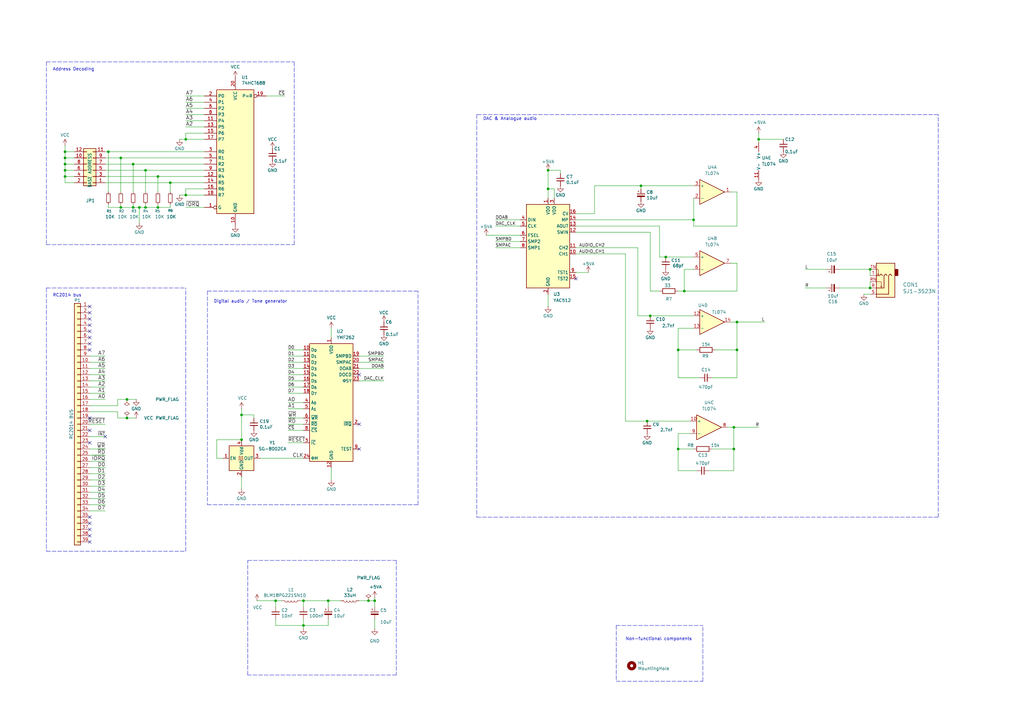
<source format=kicad_sch>
(kicad_sch (version 20250114) (generator "eeschema") (generator_version "9.0")
  (paper "A3")
  (title_block (title "RCBUS YMF262 sound card") (date "${DATE}") (rev "${VERSION}") (comment 1 "these are the things that dreams are made of") (comment 2 "${GIT_HASH}"))
  (text "Non-functional components" (at 256.54 262.89 0) (effects (font (size 1.27 1.27)) (justify left bottom)))
  (text "Digital audio / Tone generator" (at 87.63 124.46 0) (effects (font (size 1.27 1.27)) (justify left bottom)))
  (text "Address Decoding" (at 21.59 29.21 0) (effects (font (size 1.27 1.27)) (justify left bottom)))
  (text "DAC & Analogue audio" (at 198.12 49.53 0) (effects (font (size 1.27 1.27)) (justify left bottom)))
  (text "RC2014 bus" (at 21.59 121.92 0) (effects (font (size 1.27 1.27)) (justify left bottom)))
  (junction (at 59.69 85.09))
  (junction (at 134.62 246.38))
  (junction (at 54.61 67.31))
  (junction (at 52.07 163.83))
  (junction (at 151.13 246.38))
  (junction (at 49.53 85.09))
  (junction (at 302.26 143.51))
  (junction (at 69.85 74.93))
  (junction (at 278.13 143.51))
  (junction (at 224.79 77.47))
  (junction (at 280.67 119.38))
  (junction (at 59.69 69.85))
  (junction (at 26.67 62.23))
  (junction (at 300.99 184.15))
  (junction (at 54.61 85.09))
  (junction (at 284.48 90.17))
  (junction (at 113.03 246.38))
  (junction (at 300.99 175.26))
  (junction (at 44.45 62.23))
  (junction (at 26.67 72.39))
  (junction (at 262.89 76.2))
  (junction (at 26.67 69.85))
  (junction (at 278.13 184.15))
  (junction (at 273.05 105.41))
  (junction (at 265.43 172.72))
  (junction (at 64.77 85.09))
  (junction (at 124.46 256.54))
  (junction (at 26.67 67.31))
  (junction (at 52.07 171.45))
  (junction (at 99.06 170.18))
  (junction (at 57.15 85.09))
  (junction (at 356.87 110.49))
  (junction (at 311.15 57.15))
  (junction (at 302.26 132.08))
  (junction (at 99.06 180.34))
  (junction (at 266.7 129.54))
  (junction (at 224.79 69.85))
  (junction (at 76.2 57.15))
  (junction (at 26.67 64.77))
  (junction (at 49.53 64.77))
  (junction (at 356.87 118.11))
  (junction (at 76.2 80.01))
  (junction (at 64.77 72.39))
  (junction (at 124.46 246.38))
  (junction (at 153.67 246.38))
  (no_connect (at 147.32 173.99))
  (no_connect (at 147.32 184.15))
  (no_connect (at 36.83 171.45))
  (no_connect (at 36.83 222.25))
  (no_connect (at 36.83 217.17))
  (no_connect (at 36.83 130.81))
  (no_connect (at 236.22 114.3))
  (no_connect (at 147.32 153.67))
  (no_connect (at 36.83 128.27))
  (no_connect (at 36.83 181.61))
  (no_connect (at 36.83 214.63))
  (no_connect (at 36.83 125.73))
  (no_connect (at 36.83 140.97))
  (no_connect (at 36.83 212.09))
  (no_connect (at 36.83 143.51))
  (no_connect (at 36.83 138.43))
  (no_connect (at 36.83 219.71))
  (no_connect (at 36.83 133.35))
  (no_connect (at 36.83 135.89))
  (no_connect (at 36.83 176.53))
  (no_connect (at 43.18 179.07))
  (polyline (pts (xy 384.81 212.09) (xy 384.81 46.99)) (stroke (width 0) (type dash)))
  (wire (pts (xy 73.66 80.01) (xy 76.2 80.01)))
  (wire (pts (xy 48.26 163.83) (xy 52.07 163.83)))
  (wire (pts (xy 153.67 248.92) (xy 153.67 246.38)))
  (wire (pts (xy 134.62 246.38) (xy 134.62 248.92)))
  (wire (pts (xy 243.84 76.2) (xy 262.89 76.2)))
  (wire (pts (xy 88.9 180.34) (xy 88.9 187.96)))
  (wire (pts (xy 48.26 171.45) (xy 52.07 171.45)))
  (wire (pts (xy 118.11 143.51) (xy 124.46 143.51)))
  (wire (pts (xy 284.48 90.17) (xy 284.48 92.71)))
  (polyline (pts (xy 85.09 119.38) (xy 85.09 207.01)) (stroke (width 0) (type dash)))
  (wire (pts (xy 118.11 181.61) (xy 124.46 181.61)))
  (wire (pts (xy 76.2 54.61) (xy 83.82 54.61)))
  (wire (pts (xy 76.2 49.53) (xy 83.82 49.53)))
  (wire (pts (xy 26.67 72.39) (xy 26.67 74.93)))
  (polyline (pts (xy 288.29 279.4) (xy 288.29 256.54)) (stroke (width 0) (type dash)))
  (wire (pts (xy 278.13 193.04) (xy 278.13 184.15)))
  (wire (pts (xy 124.46 254) (xy 124.46 256.54)))
  (wire (pts (xy 236.22 101.6) (xy 261.62 101.6)))
  (wire (pts (xy 118.11 156.21) (xy 124.46 156.21)))
  (wire (pts (xy 76.2 44.45) (xy 83.82 44.45)))
  (wire (pts (xy 43.18 64.77) (xy 49.53 64.77)))
  (wire (pts (xy 356.87 113.03) (xy 356.87 110.49)))
  (wire (pts (xy 236.22 95.25) (xy 266.7 95.25)))
  (wire (pts (xy 123.19 246.38) (xy 124.46 246.38)))
  (wire (pts (xy 344.17 110.49) (xy 356.87 110.49)))
  (wire (pts (xy 147.32 148.59) (xy 157.48 148.59)))
  (wire (pts (xy 43.18 199.39) (xy 36.83 199.39)))
  (wire (pts (xy 76.2 85.09) (xy 83.82 85.09)))
  (wire (pts (xy 76.2 52.07) (xy 83.82 52.07)))
  (polyline (pts (xy 252.73 256.54) (xy 288.29 256.54)) (stroke (width 0) (type dash)))
  (polyline (pts (xy 101.6 276.86) (xy 101.6 229.87)) (stroke (width 0) (type dash)))
  (wire (pts (xy 256.54 104.14) (xy 256.54 172.72)))
  (polyline (pts (xy 85.09 207.01) (xy 171.45 207.01)) (stroke (width 0) (type dash)))
  (polyline (pts (xy 162.56 229.87) (xy 162.56 276.86)) (stroke (width 0) (type dash)))
  (wire (pts (xy 43.18 194.31) (xy 36.83 194.31)))
  (wire (pts (xy 236.22 92.71) (xy 270.51 92.71)))
  (wire (pts (xy 76.2 57.15) (xy 83.82 57.15)))
  (wire (pts (xy 153.67 246.38) (xy 153.67 245.11)))
  (wire (pts (xy 64.77 72.39) (xy 64.77 78.74)))
  (wire (pts (xy 300.99 175.26) (xy 300.99 184.15)))
  (wire (pts (xy 48.26 168.91) (xy 48.26 171.45)))
  (wire (pts (xy 49.53 64.77) (xy 49.53 78.74)))
  (wire (pts (xy 224.79 69.85) (xy 229.87 69.85)))
  (wire (pts (xy 311.15 57.15) (xy 311.15 54.61)))
  (wire (pts (xy 278.13 184.15) (xy 278.13 177.8)))
  (wire (pts (xy 118.11 148.59) (xy 124.46 148.59)))
  (wire (pts (xy 236.22 87.63) (xy 243.84 87.63)))
  (wire (pts (xy 118.11 171.45) (xy 124.46 171.45)))
  (wire (pts (xy 113.03 246.38) (xy 113.03 248.92)))
  (wire (pts (xy 311.15 57.15) (xy 321.31 57.15)))
  (wire (pts (xy 43.18 179.07) (xy 36.83 179.07)))
  (wire (pts (xy 300.99 175.26) (xy 311.15 175.26)))
  (wire (pts (xy 44.45 85.09) (xy 49.53 85.09)))
  (wire (pts (xy 99.06 195.58) (xy 99.06 200.66)))
  (wire (pts (xy 48.26 166.37) (xy 48.26 163.83)))
  (wire (pts (xy 43.18 163.83) (xy 36.83 163.83)))
  (wire (pts (xy 300.99 184.15) (xy 300.99 193.04)))
  (wire (pts (xy 43.18 186.69) (xy 36.83 186.69)))
  (wire (pts (xy 43.18 209.55) (xy 36.83 209.55)))
  (wire (pts (xy 278.13 143.51) (xy 285.75 143.51)))
  (wire (pts (xy 54.61 85.09) (xy 54.61 83.82)))
  (wire (pts (xy 311.15 58.42) (xy 311.15 57.15)))
  (wire (pts (xy 99.06 170.18) (xy 99.06 180.34)))
  (polyline (pts (xy 162.56 276.86) (xy 101.6 276.86)) (stroke (width 0) (type dash)))
  (wire (pts (xy 147.32 246.38) (xy 151.13 246.38)))
  (wire (pts (xy 135.89 191.77) (xy 135.89 196.85)))
  (wire (pts (xy 26.67 74.93) (xy 30.48 74.93)))
  (polyline (pts (xy 252.73 279.4) (xy 288.29 279.4)) (stroke (width 0) (type dash)))
  (wire (pts (xy 236.22 111.76) (xy 241.3 111.76)))
  (wire (pts (xy 124.46 256.54) (xy 134.62 256.54)))
  (wire (pts (xy 43.18 67.31) (xy 54.61 67.31)))
  (wire (pts (xy 236.22 90.17) (xy 284.48 90.17)))
  (wire (pts (xy 147.32 146.05) (xy 157.48 146.05)))
  (wire (pts (xy 199.39 96.52) (xy 213.36 96.52)))
  (wire (pts (xy 76.2 77.47) (xy 76.2 80.01)))
  (wire (pts (xy 147.32 151.13) (xy 157.48 151.13)))
  (wire (pts (xy 43.18 189.23) (xy 36.83 189.23)))
  (wire (pts (xy 109.22 39.37) (xy 116.84 39.37)))
  (wire (pts (xy 26.67 64.77) (xy 30.48 64.77)))
  (wire (pts (xy 43.18 173.99) (xy 36.83 173.99)))
  (wire (pts (xy 52.07 163.83) (xy 55.88 163.83)))
  (wire (pts (xy 203.2 101.6) (xy 213.36 101.6)))
  (wire (pts (xy 284.48 110.49) (xy 280.67 110.49)))
  (wire (pts (xy 64.77 85.09) (xy 69.85 85.09)))
  (wire (pts (xy 118.11 158.75) (xy 124.46 158.75)))
  (wire (pts (xy 99.06 167.64) (xy 99.06 170.18)))
  (wire (pts (xy 76.2 41.91) (xy 83.82 41.91)))
  (wire (pts (xy 26.67 67.31) (xy 30.48 67.31)))
  (wire (pts (xy 124.46 246.38) (xy 134.62 246.38)))
  (wire (pts (xy 256.54 172.72) (xy 265.43 172.72)))
  (wire (pts (xy 26.67 62.23) (xy 26.67 64.77)))
  (wire (pts (xy 43.18 62.23) (xy 44.45 62.23)))
  (wire (pts (xy 73.66 57.15) (xy 76.2 57.15)))
  (wire (pts (xy 224.79 69.85) (xy 224.79 77.47)))
  (wire (pts (xy 104.14 170.18) (xy 104.14 171.45)))
  (wire (pts (xy 52.07 171.45) (xy 55.88 171.45)))
  (wire (pts (xy 262.89 77.47) (xy 262.89 76.2)))
  (wire (pts (xy 287.02 154.94) (xy 278.13 154.94)))
  (wire (pts (xy 26.67 59.69) (xy 26.67 62.23)))
  (wire (pts (xy 118.11 161.29) (xy 124.46 161.29)))
  (wire (pts (xy 43.18 72.39) (xy 64.77 72.39)))
  (polyline (pts (xy 384.81 46.99) (xy 195.58 46.99)) (stroke (width 0) (type dash)))
  (wire (pts (xy 43.18 74.93) (xy 69.85 74.93)))
  (wire (pts (xy 64.77 72.39) (xy 83.82 72.39)))
  (wire (pts (xy 270.51 92.71) (xy 270.51 105.41)))
  (wire (pts (xy 44.45 85.09) (xy 44.45 83.82)))
  (wire (pts (xy 43.18 161.29) (xy 36.83 161.29)))
  (wire (pts (xy 69.85 74.93) (xy 69.85 78.74)))
  (wire (pts (xy 43.18 69.85) (xy 59.69 69.85)))
  (wire (pts (xy 118.11 153.67) (xy 124.46 153.67)))
  (wire (pts (xy 278.13 184.15) (xy 284.48 184.15)))
  (wire (pts (xy 344.17 118.11) (xy 356.87 118.11)))
  (wire (pts (xy 265.43 172.72) (xy 283.21 172.72)))
  (wire (pts (xy 270.51 105.41) (xy 273.05 105.41)))
  (wire (pts (xy 48.26 168.91) (xy 36.83 168.91)))
  (wire (pts (xy 43.18 158.75) (xy 36.83 158.75)))
  (wire (pts (xy 43.18 151.13) (xy 36.83 151.13)))
  (wire (pts (xy 43.18 153.67) (xy 36.83 153.67)))
  (wire (pts (xy 261.62 129.54) (xy 266.7 129.54)))
  (wire (pts (xy 26.67 69.85) (xy 26.67 72.39)))
  (wire (pts (xy 302.26 78.74) (xy 302.26 92.71)))
  (wire (pts (xy 26.67 72.39) (xy 30.48 72.39)))
  (wire (pts (xy 227.33 81.28) (xy 227.33 77.47)))
  (polyline (pts (xy 195.58 46.99) (xy 195.58 212.09)) (stroke (width 0) (type dash)))
  (wire (pts (xy 153.67 254) (xy 153.67 257.81)))
  (wire (pts (xy 43.18 146.05) (xy 36.83 146.05)))
  (wire (pts (xy 300.99 193.04) (xy 290.83 193.04)))
  (wire (pts (xy 44.45 62.23) (xy 83.82 62.23)))
  (wire (pts (xy 278.13 134.62) (xy 284.48 134.62)))
  (wire (pts (xy 43.18 191.77) (xy 36.83 191.77)))
  (wire (pts (xy 278.13 154.94) (xy 278.13 143.51)))
  (wire (pts (xy 76.2 46.99) (xy 83.82 46.99)))
  (wire (pts (xy 44.45 62.23) (xy 44.45 78.74)))
  (polyline (pts (xy 19.05 118.11) (xy 76.2 118.11)) (stroke (width 0) (type dash)))
  (wire (pts (xy 203.2 99.06) (xy 213.36 99.06)))
  (wire (pts (xy 43.18 207.01) (xy 36.83 207.01)))
  (wire (pts (xy 124.46 257.81) (xy 124.46 256.54)))
  (wire (pts (xy 293.37 143.51) (xy 302.26 143.51)))
  (wire (pts (xy 284.48 81.28) (xy 284.48 90.17)))
  (wire (pts (xy 299.72 132.08) (xy 302.26 132.08)))
  (wire (pts (xy 59.69 85.09) (xy 64.77 85.09)))
  (wire (pts (xy 278.13 119.38) (xy 280.67 119.38)))
  (wire (pts (xy 134.62 246.38) (xy 139.7 246.38)))
  (polyline (pts (xy 120.65 100.33) (xy 120.65 25.4)) (stroke (width 0) (type dash)))
  (wire (pts (xy 54.61 67.31) (xy 54.61 78.74)))
  (wire (pts (xy 134.62 254) (xy 134.62 256.54)))
  (wire (pts (xy 59.69 85.09) (xy 59.69 83.82)))
  (polyline (pts (xy 85.09 119.38) (xy 171.45 119.38)) (stroke (width 0) (type dash)))
  (polyline (pts (xy 171.45 207.01) (xy 171.45 119.38)) (stroke (width 0) (type dash)))
  (wire (pts (xy 273.05 105.41) (xy 284.48 105.41)))
  (wire (pts (xy 243.84 76.2) (xy 243.84 87.63)))
  (wire (pts (xy 113.03 246.38) (xy 115.57 246.38)))
  (wire (pts (xy 43.18 148.59) (xy 36.83 148.59)))
  (wire (pts (xy 64.77 85.09) (xy 64.77 83.82)))
  (wire (pts (xy 113.03 256.54) (xy 124.46 256.54)))
  (wire (pts (xy 48.26 166.37) (xy 36.83 166.37)))
  (wire (pts (xy 262.89 76.2) (xy 284.48 76.2)))
  (wire (pts (xy 99.06 180.34) (xy 88.9 180.34)))
  (wire (pts (xy 43.18 204.47) (xy 36.83 204.47)))
  (wire (pts (xy 356.87 118.11) (xy 356.87 115.57)))
  (polyline (pts (xy 19.05 226.06) (xy 76.2 226.06)) (stroke (width 0) (type dash)))
  (wire (pts (xy 224.79 77.47) (xy 224.79 81.28)))
  (wire (pts (xy 236.22 104.14) (xy 256.54 104.14)))
  (wire (pts (xy 76.2 54.61) (xy 76.2 57.15)))
  (wire (pts (xy 59.69 69.85) (xy 59.69 78.74)))
  (wire (pts (xy 69.85 83.82) (xy 69.85 85.09)))
  (polyline (pts (xy 19.05 25.4) (xy 19.05 100.33)) (stroke (width 0) (type dash)))
  (wire (pts (xy 118.11 176.53) (xy 124.46 176.53)))
  (wire (pts (xy 118.11 173.99) (xy 124.46 173.99)))
  (wire (pts (xy 88.9 187.96) (xy 91.44 187.96)))
  (wire (pts (xy 26.67 69.85) (xy 30.48 69.85)))
  (wire (pts (xy 229.87 69.85) (xy 229.87 71.12)))
  (polyline (pts (xy 252.73 256.54) (xy 252.73 279.4)) (stroke (width 0) (type dash)))
  (wire (pts (xy 69.85 74.93) (xy 83.82 74.93)))
  (wire (pts (xy 59.69 69.85) (xy 83.82 69.85)))
  (wire (pts (xy 49.53 64.77) (xy 83.82 64.77)))
  (polyline (pts (xy 76.2 226.06) (xy 76.2 118.11)) (stroke (width 0) (type dash)))
  (wire (pts (xy 285.75 193.04) (xy 278.13 193.04)))
  (wire (pts (xy 83.82 77.47) (xy 76.2 77.47)))
  (wire (pts (xy 118.11 167.64) (xy 124.46 167.64)))
  (wire (pts (xy 280.67 110.49) (xy 280.67 119.38)))
  (wire (pts (xy 261.62 101.6) (xy 261.62 129.54)))
  (wire (pts (xy 113.03 254) (xy 113.03 256.54)))
  (wire (pts (xy 266.7 119.38) (xy 270.51 119.38)))
  (wire (pts (xy 224.79 120.65) (xy 224.79 125.73)))
  (wire (pts (xy 266.7 95.25) (xy 266.7 119.38)))
  (wire (pts (xy 135.89 134.62) (xy 135.89 138.43)))
  (wire (pts (xy 26.67 64.77) (xy 26.67 67.31)))
  (polyline (pts (xy 19.05 118.11) (xy 19.05 226.06)) (stroke (width 0) (type dash)))
  (wire (pts (xy 266.7 129.54) (xy 284.48 129.54)))
  (wire (pts (xy 330.2 118.11) (xy 339.09 118.11)))
  (wire (pts (xy 147.32 156.21) (xy 157.48 156.21)))
  (wire (pts (xy 302.26 92.71) (xy 284.48 92.71)))
  (wire (pts (xy 302.26 132.08) (xy 313.69 132.08)))
  (wire (pts (xy 49.53 85.09) (xy 54.61 85.09)))
  (wire (pts (xy 124.46 246.38) (xy 124.46 248.92)))
  (polyline (pts (xy 19.05 25.4) (xy 120.65 25.4)) (stroke (width 0) (type dash)))
  (polyline (pts (xy 101.6 229.87) (xy 162.56 229.87)) (stroke (width 0) (type dash)))
  (wire (pts (xy 106.68 187.96) (xy 124.46 187.96)))
  (wire (pts (xy 105.41 246.38) (xy 113.03 246.38)))
  (polyline (pts (xy 195.58 212.09) (xy 384.81 212.09)) (stroke (width 0) (type dash)))
  (wire (pts (xy 330.2 110.49) (xy 339.09 110.49)))
  (wire (pts (xy 43.18 201.93) (xy 36.83 201.93)))
  (wire (pts (xy 43.18 196.85) (xy 36.83 196.85)))
  (wire (pts (xy 278.13 143.51) (xy 278.13 134.62)))
  (wire (pts (xy 118.11 151.13) (xy 124.46 151.13)))
  (wire (pts (xy 227.33 77.47) (xy 224.79 77.47)))
  (wire (pts (xy 302.26 143.51) (xy 302.26 154.94)))
  (wire (pts (xy 57.15 91.44) (xy 57.15 85.09)))
  (polyline (pts (xy 19.05 100.33) (xy 120.65 100.33)) (stroke (width 0) (type dash)))
  (wire (pts (xy 49.53 85.09) (xy 49.53 83.82)))
  (wire (pts (xy 292.1 184.15) (xy 300.99 184.15)))
  (wire (pts (xy 203.2 90.17) (xy 213.36 90.17)))
  (wire (pts (xy 43.18 184.15) (xy 36.83 184.15)))
  (wire (pts (xy 302.26 154.94) (xy 292.1 154.94)))
  (wire (pts (xy 299.72 78.74) (xy 302.26 78.74)))
  (wire (pts (xy 151.13 246.38) (xy 153.67 246.38)))
  (wire (pts (xy 280.67 119.38) (xy 302.26 119.38)))
  (wire (pts (xy 26.67 62.23) (xy 30.48 62.23)))
  (wire (pts (xy 302.26 132.08) (xy 302.26 143.51)))
  (wire (pts (xy 203.2 92.71) (xy 213.36 92.71)))
  (wire (pts (xy 298.45 175.26) (xy 300.99 175.26)))
  (wire (pts (xy 76.2 80.01) (xy 83.82 80.01)))
  (wire (pts (xy 76.2 39.37) (xy 83.82 39.37)))
  (wire (pts (xy 99.06 170.18) (xy 104.14 170.18)))
  (wire (pts (xy 118.11 146.05) (xy 124.46 146.05)))
  (wire (pts (xy 43.18 156.21) (xy 36.83 156.21)))
  (wire (pts (xy 26.67 67.31) (xy 26.67 69.85)))
  (wire (pts (xy 278.13 177.8) (xy 283.21 177.8)))
  (wire (pts (xy 118.11 165.1) (xy 124.46 165.1)))
  (wire (pts (xy 302.26 107.95) (xy 299.72 107.95)))
  (wire (pts (xy 54.61 67.31) (xy 83.82 67.31)))
  (wire (pts (xy 57.15 85.09) (xy 59.69 85.09)))
  (wire (pts (xy 302.26 119.38) (xy 302.26 107.95)))
  (wire (pts (xy 54.61 85.09) (xy 57.15 85.09)))
  (wire (pts (xy 354.33 120.65) (xy 356.87 120.65)))
  (label "SMPAC" (at 157.48 148.59 180))
  (label "SMPBD" (at 203.2 99.06 0))
  (label "~{WR}" (at 43.18 184.15 180) (effects (font (size 1.524 1.524))))
  (label "A2" (at 43.18 158.75 180) (effects (font (size 1.524 1.524))))
  (label "~{CS}" (at 116.84 39.37 180))
  (label "D6" (at 118.11 158.75 0))
  (label "D2" (at 43.18 196.85 180) (effects (font (size 1.524 1.524))))
  (label "AUDIO_CH2" (at 237.49 101.6 0))
  (label "DAC_CLK" (at 203.2 92.71 0))
  (label "D4" (at 118.11 153.67 0))
  (label "D1" (at 118.11 146.05 0))
  (label "DAC_CLK" (at 157.48 156.21 180))
  (label "R" (at 309.88 175.26 0))
  (label "A7" (at 76.2 39.37 0) (effects (font (size 1.524 1.524))))
  (label "D2" (at 118.11 148.59 0))
  (label "D1" (at 43.18 194.31 180) (effects (font (size 1.524 1.524))))
  (label "SMPAC" (at 203.2 101.6 0))
  (label "D7" (at 118.11 161.29 0))
  (label "R" (at 330.2 118.11 0))
  (label "~{RD}" (at 118.11 173.99 0) (effects (font (size 1.524 1.524))))
  (label "~{RESET}" (at 118.11 181.61 0) (effects (font (size 1.524 1.524))))
  (label "A3" (at 76.2 49.53 0) (effects (font (size 1.524 1.524))))
  (label "A4" (at 76.2 46.99 0) (effects (font (size 1.524 1.524))))
  (label "A6" (at 43.18 148.59 180) (effects (font (size 1.524 1.524))))
  (label "D5" (at 43.18 204.47 180) (effects (font (size 1.524 1.524))))
  (label "D7" (at 43.18 209.55 180) (effects (font (size 1.524 1.524))))
  (label "~{WR}" (at 118.11 171.45 0) (effects (font (size 1.524 1.524))))
  (label "~{INT}" (at 43.18 179.07 180))
  (label "A1" (at 118.11 167.64 0) (effects (font (size 1.524 1.524))))
  (label "CLK" (at 124.46 187.96 180) (effects (font (size 1.524 1.524))))
  (label "~{RESET}" (at 43.18 173.99 180) (effects (font (size 1.524 1.524))))
  (label "A1" (at 43.18 161.29 180) (effects (font (size 1.524 1.524))))
  (label "~{IORQ}" (at 76.2 85.09 0) (effects (font (size 1.524 1.524))))
  (label "~{RD}" (at 43.18 186.69 180) (effects (font (size 1.524 1.524))))
  (label "A4" (at 43.18 153.67 180) (effects (font (size 1.524 1.524))))
  (label "A2" (at 76.2 52.07 0) (effects (font (size 1.524 1.524))))
  (label "DOAB" (at 203.2 90.17 0))
  (label "SMPBD" (at 157.48 146.05 180))
  (label "A3" (at 43.18 156.21 180) (effects (font (size 1.524 1.524))))
  (label "D5" (at 118.11 156.21 0))
  (label "D0" (at 118.11 143.51 0))
  (label "L" (at 330.2 110.49 0))
  (label "A0" (at 118.11 165.1 0) (effects (font (size 1.524 1.524))))
  (label "~{CS}" (at 118.11 176.53 0))
  (label "D4" (at 43.18 201.93 180) (effects (font (size 1.524 1.524))))
  (label "A6" (at 76.2 41.91 0) (effects (font (size 1.524 1.524))))
  (label "D3" (at 43.18 199.39 180) (effects (font (size 1.524 1.524))))
  (label "D0" (at 43.18 191.77 180) (effects (font (size 1.524 1.524))))
  (label "A5" (at 43.18 151.13 180) (effects (font (size 1.524 1.524))))
  (label "D3" (at 118.11 151.13 0))
  (label "AUDIO_CH1" (at 237.49 104.14 0))
  (label "D6" (at 43.18 207.01 180) (effects (font (size 1.524 1.524))))
  (label "L" (at 312.42 132.08 0))
  (label "A7" (at 43.18 146.05 180) (effects (font (size 1.524 1.524))))
  (label "DOAB" (at 157.48 151.13 180))
  (label "~{IORQ}" (at 43.18 189.23 180) (effects (font (size 1.524 1.524))))
  (label "A5" (at 76.2 44.45 0) (effects (font (size 1.524 1.524))))
  (label "A0" (at 43.18 163.83 180) (effects (font (size 1.524 1.524))))
  (symbol (lib_id "Connector_Generic:Conn_01x39") (at 31.75 173.99 0) (mirror y) (unit 1)
    (property "Reference" "P1" (at 31.75 123.19 0))
    (property "Value" "RC2014 BUS" (at 29.21 173.99 90))
    (property "Footprint" "electrified:PinHeader_1x39_P2.54mm_Vertical" (effects (hide yes)))
    (property "Description" "Generic connector, single row, 01x39, script generated (kicad-library-utils/schlib/autogen/connector/)" (effects (hide yes)))
  )
  (symbol (lib_id "power:GND") (at 55.88 163.83 0) (unit 1)
    (property "Reference" "#PWR02" (effects (hide yes)))
    (property "Value" "GND" (at 55.88 167.64 0))
    (property "Description" "Power symbol creates a global label with name \"GND\" , ground" (effects (hide yes)))
  )
  (symbol (lib_id "power:VCC") (at 55.88 171.45 0) (unit 1)
    (property "Reference" "#PWR03" (effects (hide yes)))
    (property "Value" "VCC" (at 60.96 171.45 0))
    (property "Description" "Power symbol creates a global label with name \"VCC\"" (effects (hide yes)))
  )
  (symbol (lib_id "power:GND") (at 135.89 196.85 0) (unit 1)
    (property "Reference" "#PWR016" (effects (hide yes)))
    (property "Value" "GND" (at 135.89 200.66 0))
    (property "Description" "Power symbol creates a global label with name \"GND\" , ground" (effects (hide yes)))
  )
  (symbol (lib_id "Device:C_Small") (at 111.76 63.5 0) (unit 1)
    (property "Reference" "C1" (at 112.395 60.96 0) (effects (justify left)))
    (property "Value" "0.1uF" (at 112.395 66.04 0) (effects (justify left)))
    (property "Footprint" "Capacitor_SMD:C_0603_1608Metric" (effects (hide yes)))
    (property "Description" "Unpolarized capacitor, small symbol" (effects (hide yes)))
  )
  (symbol (lib_id "Device:C_Small") (at 157.48 134.62 0) (unit 1)
    (property "Reference" "C6" (at 158.115 132.08 0) (effects (justify left)))
    (property "Value" "0.1uF" (at 158.115 137.16 0) (effects (justify left)))
    (property "Footprint" "Capacitor_SMD:C_0603_1608Metric" (effects (hide yes)))
    (property "Description" "Unpolarized capacitor, small symbol" (effects (hide yes)))
  )
  (symbol (lib_id "power:GND") (at 111.76 66.04 0) (unit 1)
    (property "Reference" "#PWR013" (effects (hide yes)))
    (property "Value" "GND" (at 111.76 69.85 0))
    (property "Description" "Power symbol creates a global label with name \"GND\" , ground" (effects (hide yes)))
  )
  (symbol (lib_id "power:GND") (at 157.48 137.16 0) (unit 1)
    (property "Reference" "#PWR021" (effects (hide yes)))
    (property "Value" "GND" (at 157.48 140.97 0))
    (property "Description" "Power symbol creates a global label with name \"GND\" , ground" (effects (hide yes)))
  )
  (symbol (lib_id "power:VCC") (at 111.76 60.96 0) (unit 1)
    (property "Reference" "#PWR012" (effects (hide yes)))
    (property "Value" "VCC" (at 111.76 57.15 0))
    (property "Description" "Power symbol creates a global label with name \"VCC\"" (effects (hide yes)))
  )
  (symbol (lib_id "power:VCC") (at 157.48 132.08 0) (unit 1)
    (property "Reference" "#PWR020" (effects (hide yes)))
    (property "Value" "VCC" (at 157.48 128.27 0))
    (property "Description" "Power symbol creates a global label with name \"VCC\"" (effects (hide yes)))
  )
  (symbol (lib_id "Connector_Generic:Conn_02x06_Odd_Even") (at 38.1 69.85 180) (unit 1)
    (property "Reference" "JP1" (at 37.084 82.296 0))
    (property "Value" "BASE ADDRESS" (at 36.83 69.85 90))
    (property "Footprint" "Connector_PinHeader_2.54mm:PinHeader_2x06_P2.54mm_Vertical" (effects (hide yes)))
    (property "Description" "Generic connector, double row, 02x06, odd/even pin numbering scheme (row 1 odd numbers, row 2 even numbers), script generated (kicad-library-utils/schlib/autogen/connector/)" (effects (hide yes)))
  )
  (symbol (lib_id "Device:C_Small") (at 321.31 59.69 0) (unit 1)
    (property "Reference" "C12" (at 321.945 57.15 0) (effects (justify left)))
    (property "Value" "0.1uF" (at 321.945 62.23 0) (effects (justify left)))
    (property "Footprint" "Capacitor_SMD:C_0603_1608Metric" (effects (hide yes)))
    (property "Description" "Unpolarized capacitor, small symbol" (effects (hide yes)))
  )
  (symbol (lib_id "power:PWR_FLAG") (at 52.07 163.83 180) (unit 1)
    (property "Reference" "#FLG01" (effects (hide yes)))
    (property "Value" "PWR_FLAG" (at 68.58 163.83 0))
    (property "Description" "Special symbol for telling ERC where power comes from" (effects (hide yes)))
  )
  (symbol (lib_id "power:PWR_FLAG") (at 52.07 171.45 0) (unit 1)
    (property "Reference" "#FLG02" (effects (hide yes)))
    (property "Value" "PWR_FLAG" (at 68.58 171.45 0))
    (property "Description" "Special symbol for telling ERC where power comes from" (effects (hide yes)))
  )
  (symbol (lib_id "Device:L") (at 119.38 246.38 270) (unit 1)
    (property "Reference" "L1" (at 119.38 241.8588 90))
    (property "Value" "BLM18PG221SN1D" (at 116.84 244.1702 90))
    (property "Footprint" "Inductor_SMD:L_0603_1608Metric" (effects (hide yes)))
    (property "Description" "Inductor" (effects (hide yes)))
  )
  (symbol (lib_id "power:+5VA") (at 153.67 245.11 0) (unit 1)
    (property "Reference" "#PWR018" (effects (hide yes)))
    (property "Value" "+5VA" (at 154.051 240.7158 0))
    (property "Description" "Power symbol creates a global label with name \"+5VA\"" (effects (hide yes)))
  )
  (symbol (lib_id "Device:L") (at 143.51 246.38 270) (unit 1)
    (property "Reference" "L2" (at 143.51 241.8588 90))
    (property "Value" "33uH" (at 143.51 244.1702 90))
    (property "Footprint" "Inductor_SMD:L_0603_1608Metric" (effects (hide yes)))
    (property "Description" "Inductor" (effects (hide yes)))
  )
  (symbol (lib_id "Device:C_Polarized_Small") (at 153.67 251.46 0) (unit 1)
    (property "Reference" "C5" (at 155.9052 250.2916 0) (effects (justify left)))
    (property "Value" "10uF" (at 155.9052 255.143 0) (effects (justify left)))
    (property "Footprint" "Capacitor_SMD:C_1206_3216Metric" (effects (hide yes)))
    (property "Description" "Polarized capacitor, small symbol" (effects (hide yes)))
  )
  (symbol (lib_id "power:GND") (at 99.06 200.66 0) (unit 1)
    (property "Reference" "#PWR010" (effects (hide yes)))
    (property "Value" "GND" (at 99.06 204.47 0))
    (property "Description" "Power symbol creates a global label with name \"GND\" , ground" (effects (hide yes)))
  )
  (symbol (lib_id "power:VCC") (at 99.06 167.64 0) (unit 1)
    (property "Reference" "#PWR09" (effects (hide yes)))
    (property "Value" "VCC" (at 99.441 163.2458 0))
    (property "Description" "Power symbol creates a global label with name \"VCC\"" (effects (hide yes)))
  )
  (symbol (lib_id "Mechanical:MountingHole") (at 259.08 273.05 0) (unit 1) (in_bom no)
    (property "Reference" "H1" (at 261.62 271.8816 0) (effects (justify left)))
    (property "Value" "MountingHole" (at 261.62 274.193 0) (effects (justify left)))
    (property "Footprint" "MountingHole:MountingHole_3.2mm_M3" (effects (hide yes)))
    (property "Description" "Mounting Hole without connection" (effects (hide yes)))
  )
  (symbol (lib_id "Connector_Audio:AudioJack3_SwitchTR") (at 361.95 118.11 180) (unit 1)
    (property "Reference" "CON1" (at 370.2812 116.7638 0) (effects (font (size 1.524 1.524)) (justify right)))
    (property "Value" "SJ1-3523N" (at 370.2812 119.4562 0) (effects (font (size 1.524 1.524)) (justify right)))
    (property "Footprint" "electrified:Headphone_Jack_3.5mm_5_pin" (effects (hide yes)))
    (property "Description" "Audio Jack, 3 Poles (Stereo / TRS), Switched TR Poles (Normalling)" (effects (hide yes)))
    (property "Digi-Key_PN" "CP1-3523N-ND" (effects (hide yes)))
    (property "MPN" "SJ1-3523N" (effects (hide yes)))
    (property "Category" "Connectors, Interconnects" (effects (hide yes)))
    (property "Family" "Barrel - Audio Connectors" (effects (hide yes)))
    (property "DK_Datasheet_Link" "https://www.cui.com/product/resource/digikeypdf/sj1-352xn_series.pdf" (effects (hide yes)))
    (property "DK_Detail_Page" "/product-detail/en/cui-inc/SJ1-3523N/CP1-3523N-ND/738689" (effects (hide yes)))
    (property "Manufacturer" "CUI Inc." (effects (hide yes)))
    (property "Status" "Active" (effects (hide yes)))
  )
  (symbol (lib_id "74xx:74HCT688") (at 96.52 62.23 0) (unit 1)
    (property "Reference" "U1" (at 99.06 31.75 0) (effects (justify left)))
    (property "Value" "74HCT688" (at 99.06 34.0614 0) (effects (justify left)))
    (property "Footprint" "Package_SO:SOIC-20W_7.5x12.8mm_P1.27mm" (effects (hide yes)))
    (property "Datasheet" "https://www.ti.com/lit/ds/symlink/cd54hc688.pdf" (effects (hide yes)))
    (property "Description" "8-bit magnitude comparator" (effects (hide yes)))
  )
  (symbol (lib_id "power:VCC") (at 135.89 134.62 0) (unit 1)
    (property "Reference" "#PWR015" (effects (hide yes)))
    (property "Value" "VCC" (at 135.89 130.302 0))
    (property "Description" "Power symbol creates a global label with name \"VCC\"" (effects (hide yes)))
  )
  (symbol (lib_id "power:+5VA") (at 224.79 69.85 0) (unit 1)
    (property "Reference" "#PWR023" (effects (hide yes)))
    (property "Value" "+5VA" (at 224.79 66.294 0))
    (property "Description" "Power symbol creates a global label with name \"+5VA\"" (effects (hide yes)))
  )
  (symbol (lib_id "power:GND") (at 96.52 92.71 0) (unit 1)
    (property "Reference" "#PWR08" (effects (hide yes)))
    (property "Value" "GND" (at 96.52 96.52 0))
    (property "Description" "Power symbol creates a global label with name \"GND\" , ground" (effects (hide yes)))
  )
  (symbol (lib_id "power:VCC") (at 96.52 31.75 0) (unit 1)
    (property "Reference" "#PWR07" (effects (hide yes)))
    (property "Value" "VCC" (at 96.52 27.432 0))
    (property "Description" "Power symbol creates a global label with name \"VCC\"" (effects (hide yes)))
  )
  (symbol (lib_id "power:VCC") (at 26.67 59.69 0) (unit 1)
    (property "Reference" "#PWR01" (effects (hide yes)))
    (property "Value" "VCC" (at 26.67 55.372 0))
    (property "Description" "Power symbol creates a global label with name \"VCC\"" (effects (hide yes)))
  )
  (symbol (lib_id "power:GND") (at 57.15 91.44 0) (unit 1)
    (property "Reference" "#PWR04" (effects (hide yes)))
    (property "Value" "GND" (at 57.15 95.25 0))
    (property "Description" "Power symbol creates a global label with name \"GND\" , ground" (effects (hide yes)))
  )
  (symbol (lib_id "power:GND") (at 224.79 125.73 0) (unit 1)
    (property "Reference" "#PWR024" (effects (hide yes)))
    (property "Value" "GND" (at 224.79 129.54 0))
    (property "Description" "Power symbol creates a global label with name \"GND\" , ground" (effects (hide yes)))
  )
  (symbol (lib_id "Device:C_Small") (at 229.87 73.66 0) (unit 1)
    (property "Reference" "C7" (at 232.2068 72.4916 0) (effects (justify left)))
    (property "Value" "0.1uF" (at 232.2068 74.803 0) (effects (justify left)))
    (property "Footprint" "Capacitor_SMD:C_0603_1608Metric" (effects (hide yes)))
    (property "Description" "Unpolarized capacitor, small symbol" (effects (hide yes)))
  )
  (symbol (lib_id "Device:C_Polarized_Small") (at 262.89 80.01 0) (unit 1)
    (property "Reference" "C8" (at 265.1252 78.8416 0) (effects (justify left)))
    (property "Value" "10uF" (at 265.1252 81.153 0) (effects (justify left)))
    (property "Footprint" "Capacitor_SMD:C_0603_1608Metric" (effects (hide yes)))
    (property "Description" "Polarized capacitor, small symbol" (effects (hide yes)))
  )
  (symbol (lib_id "Device:C_Polarized_Small") (at 341.63 110.49 90) (unit 1)
    (property "Reference" "C15" (at 341.0839 104.14 90))
    (property "Value" "10uf" (at 341.0839 106.68 90))
    (property "Footprint" "Capacitor_SMD:C_1206_3216Metric" (effects (hide yes)))
    (property "Description" "Polarized capacitor, small symbol" (effects (hide yes)))
  )
  (symbol (lib_id "power:GND") (at 321.31 62.23 0) (unit 1)
    (property "Reference" "#PWR032" (effects (hide yes)))
    (property "Value" "GND" (at 321.31 66.04 0))
    (property "Description" "Power symbol creates a global label with name \"GND\" , ground" (effects (hide yes)))
  )
  (symbol (lib_id "Device:C_Small") (at 265.43 175.26 0) (unit 1)
    (property "Reference" "C9" (at 267.6652 174.0916 0) (effects (justify left)))
    (property "Value" "2.7nf" (at 270.764 176.276 0) (effects (justify left)))
    (property "Footprint" "Capacitor_SMD:C_0603_1608Metric" (effects (hide yes)))
    (property "Description" "Unpolarized capacitor, small symbol" (effects (hide yes)))
  )
  (symbol (lib_id "power:GND") (at 73.66 57.15 0) (unit 1)
    (property "Reference" "#PWR05" (effects (hide yes)))
    (property "Value" "GND" (at 73.66 60.96 0))
    (property "Description" "Power symbol creates a global label with name \"GND\" , ground" (effects (hide yes)))
  )
  (symbol (lib_id "Device:R_Small") (at 54.61 81.28 0) (unit 1)
    (property "Reference" "R3" (at 53.848 86.614 0) (effects (font (size 1.016 1.016)) (justify left)))
    (property "Value" "10K" (at 53.086 88.9 0) (effects (justify left)))
    (property "Footprint" "Resistor_SMD:R_0603_1608Metric" (effects (hide yes)))
    (property "Description" "Resistor, small symbol" (effects (hide yes)))
  )
  (symbol (lib_id "Amplifier_Operational:TL074") (at 292.1 132.08 0) (unit 4)
    (property "Reference" "U4" (at 288.29 125.222 0))
    (property "Value" "TL074" (at 294.894 128.016 0))
    (property "Footprint" "Package_SO:SOIC-14_3.9x8.7mm_P1.27mm" (effects (hide yes)))
    (property "Datasheet" "http://www.ti.com/lit/ds/symlink/tl071.pdf" (effects (hide yes)))
    (property "Description" "Quad Low-Noise JFET-Input Operational Amplifiers, DIP-14/SOIC-14" (effects (hide yes)))
  )
  (symbol (lib_id "power:+5VA") (at 241.3 111.76 0) (unit 1)
    (property "Reference" "#PWR026" (effects (hide yes)))
    (property "Value" "+5VA" (at 241.3 108.204 0))
    (property "Description" "Power symbol creates a global label with name \"+5VA\"" (effects (hide yes)))
  )
  (symbol (lib_id "Device:R_Small") (at 69.85 81.28 0) (unit 1)
    (property "Reference" "R6" (at 68.834 86.36 0) (effects (font (size 1.016 1.016)) (justify left)))
    (property "Value" "10K" (at 68.326 88.9 0) (effects (justify left)))
    (property "Footprint" "Resistor_SMD:R_0603_1608Metric" (effects (hide yes)))
    (property "Description" "Resistor, small symbol" (effects (hide yes)))
  )
  (symbol (lib_id "power:GND") (at 311.15 73.66 0) (unit 1)
    (property "Reference" "#PWR034" (effects (hide yes)))
    (property "Value" "GND" (at 311.15 77.47 0))
    (property "Description" "Power symbol creates a global label with name \"GND\" , ground" (effects (hide yes)))
  )
  (symbol (lib_id "Device:R") (at 288.29 184.15 90) (unit 1)
    (property "Reference" "R8" (at 283.21 182.626 90))
    (property "Value" "15k" (at 293.37 182.626 90))
    (property "Footprint" "Resistor_SMD:R_0603_1608Metric" (effects (hide yes)))
    (property "Description" "Resistor" (effects (hide yes)))
  )
  (symbol (lib_id "power:GND") (at 73.66 80.01 0) (unit 1)
    (property "Reference" "#PWR06" (effects (hide yes)))
    (property "Value" "GND" (at 73.66 83.82 0))
    (property "Description" "Power symbol creates a global label with name \"GND\" , ground" (effects (hide yes)))
  )
  (symbol (lib_id "Device:R_Small") (at 44.45 81.28 0) (unit 1)
    (property "Reference" "R1" (at 43.688 86.614 0) (effects (font (size 1.016 1.016)) (justify left)))
    (property "Value" "10K" (at 43.18 88.9 0) (effects (justify left)))
    (property "Footprint" "Resistor_SMD:R_0603_1608Metric" (effects (hide yes)))
    (property "Description" "Resistor, small symbol" (effects (hide yes)))
  )
  (symbol (lib_id "Amplifier_Operational:TL074") (at 292.1 107.95 0) (unit 2)
    (property "Reference" "U4" (at 292.1 97.79 0))
    (property "Value" "TL074" (at 292.1 100.33 0))
    (property "Footprint" "Package_SO:SOIC-14_3.9x8.7mm_P1.27mm" (effects (hide yes)))
    (property "Datasheet" "http://www.ti.com/lit/ds/symlink/tl071.pdf" (effects (hide yes)))
    (property "Description" "Quad Low-Noise JFET-Input Operational Amplifiers, DIP-14/SOIC-14" (effects (hide yes)))
  )
  (symbol (lib_id "Device:C_Polarized_Small") (at 134.62 251.46 0) (unit 1)
    (property "Reference" "C4" (at 136.8552 250.2916 0) (effects (justify left)))
    (property "Value" "10uF" (at 136.8552 252.603 0) (effects (justify left)))
    (property "Footprint" "Capacitor_SMD:C_1206_3216Metric" (effects (hide yes)))
    (property "Description" "Polarized capacitor, small symbol" (effects (hide yes)))
  )
  (symbol (lib_id "Device:R_Small") (at 64.77 81.28 0) (unit 1)
    (property "Reference" "R5" (at 63.5 86.614 0) (effects (font (size 1.016 1.016)) (justify left)))
    (property "Value" "10K" (at 63.5 88.9 0) (effects (justify left)))
    (property "Footprint" "Resistor_SMD:R_0603_1608Metric" (effects (hide yes)))
    (property "Description" "Resistor, small symbol" (effects (hide yes)))
  )
  (symbol (lib_id "Device:R_Small") (at 49.53 81.28 0) (unit 1)
    (property "Reference" "R2" (at 48.768 86.614 0) (effects (font (size 1.016 1.016)) (justify left)))
    (property "Value" "10K" (at 48.26 88.9 0) (effects (justify left)))
    (property "Footprint" "Resistor_SMD:R_0603_1608Metric" (effects (hide yes)))
    (property "Description" "Resistor, small symbol" (effects (hide yes)))
  )
  (symbol (lib_id "power:GND") (at 229.87 76.2 0) (unit 1)
    (property "Reference" "#PWR025" (effects (hide yes)))
    (property "Value" "GND" (at 229.87 80.01 0))
    (property "Description" "Power symbol creates a global label with name \"GND\" , ground" (effects (hide yes)))
  )
  (symbol (lib_id "power:+5VA") (at 199.39 96.52 0) (unit 1)
    (property "Reference" "#PWR022" (effects (hide yes)))
    (property "Value" "+5VA" (at 199.39 92.964 0))
    (property "Description" "Power symbol creates a global label with name \"+5VA\"" (effects (hide yes)))
  )
  (symbol (lib_id "Oscillator:ASV-xxxMHz") (at 99.06 187.96 0) (unit 1)
    (property "Reference" "Y1" (at 111.76 181.5398 0))
    (property "Value" "SG-8002CA" (at 111.76 184.0798 0))
    (property "Footprint" "Oscillator:Oscillator_SMD_Abracon_ASV-4Pin_7.0x5.1mm" (effects (hide yes)))
    (property "Datasheet" "http://www.abracon.com/Oscillators/ASV.pdf" (effects (hide yes)))
    (property "Description" "3.3V HCMOS SMD Crystal Clock Oscillator, Abracon" (effects (hide yes)))
  )
  (symbol (lib_id "electrified:YAC512") (at 224.79 101.6 0) (unit 1)
    (property "Reference" "U3" (at 226.9333 120.65 0) (effects (justify left)))
    (property "Value" "YAC512" (at 226.9333 123.19 0) (effects (justify left)))
    (property "Footprint" "Package_SO:SOP-16_4.55x10.3mm_P1.27mm" (effects (hide yes)))
  )
  (symbol (lib_id "Device:C_Small") (at 104.14 173.99 0) (unit 1)
    (property "Reference" "C19" (at 106.4768 172.8216 0) (effects (justify left)))
    (property "Value" "0.1uF" (at 106.4768 175.133 0) (effects (justify left)))
    (property "Footprint" "Capacitor_SMD:C_0603_1608Metric" (effects (hide yes)))
    (property "Description" "Unpolarized capacitor, small symbol" (effects (hide yes)))
  )
  (symbol (lib_id "Device:R") (at 274.32 119.38 90) (unit 1)
    (property "Reference" "R7" (at 274.32 122.682 90))
    (property "Value" "33" (at 273.812 117.094 90))
    (property "Footprint" "Resistor_SMD:R_0603_1608Metric" (effects (hide yes)))
    (property "Description" "Resistor" (effects (hide yes)))
  )
  (symbol (lib_id "power:+5VA") (at 311.15 54.61 0) (unit 1)
    (property "Reference" "#PWR033" (effects (hide yes)))
    (property "Value" "+5VA" (at 311.531 50.2158 0))
    (property "Description" "Power symbol creates a global label with name \"+5VA\"" (effects (hide yes)))
  )
  (symbol (lib_id "electrified:YMF262") (at 135.89 158.75 0) (unit 1)
    (property "Reference" "U2" (at 138.0333 135.89 0) (effects (justify left)))
    (property "Value" "YMF262" (at 138.0333 138.43 0) (effects (justify left)))
    (property "Footprint" "Package_SO:SOP-24_7.5x15.4mm_P1.27mm" (effects (hide yes)))
  )
  (symbol (lib_id "power:GND") (at 124.46 257.81 0) (unit 1)
    (property "Reference" "#PWR014" (effects (hide yes)))
    (property "Value" "GND" (at 124.46 261.62 0))
    (property "Description" "Power symbol creates a global label with name \"GND\" , ground" (effects (hide yes)))
  )
  (symbol (lib_id "Device:R") (at 289.56 143.51 90) (unit 1)
    (property "Reference" "R9" (at 289.306 146.05 90))
    (property "Value" "15k" (at 289.56 141.224 90))
    (property "Footprint" "Resistor_SMD:R_0603_1608Metric" (effects (hide yes)))
    (property "Description" "Resistor" (effects (hide yes)))
  )
  (symbol (lib_id "power:PWR_FLAG") (at 151.13 246.38 0) (unit 1)
    (property "Reference" "#FLG03" (effects (hide yes)))
    (property "Value" "PWR_FLAG" (at 151.13 236.982 0))
    (property "Description" "Special symbol for telling ERC where power comes from" (effects (hide yes)))
  )
  (symbol (lib_id "Device:C_Small") (at 289.56 154.94 90) (unit 1)
    (property "Reference" "C14" (at 289.56 151.638 90))
    (property "Value" "470pF" (at 289.56 158.75 90))
    (property "Footprint" "Capacitor_SMD:C_0603_1608Metric" (effects (hide yes)))
    (property "Description" "Unpolarized capacitor, small symbol" (effects (hide yes)))
  )
  (symbol (lib_id "power:GND") (at 104.14 176.53 0) (unit 1)
    (property "Reference" "#PWR038" (effects (hide yes)))
    (property "Value" "GND" (at 104.14 180.34 0))
    (property "Description" "Power symbol creates a global label with name \"GND\" , ground" (effects (hide yes)))
  )
  (symbol (lib_id "Device:C_Small") (at 124.46 251.46 0) (unit 1)
    (property "Reference" "C3" (at 126.7968 250.2916 0) (effects (justify left)))
    (property "Value" "100nF" (at 126.7968 252.603 0) (effects (justify left)))
    (property "Footprint" "Capacitor_SMD:C_0603_1608Metric" (effects (hide yes)))
    (property "Description" "Unpolarized capacitor, small symbol" (effects (hide yes)))
  )
  (symbol (lib_id "power:GND") (at 153.67 257.81 0) (unit 1)
    (property "Reference" "#PWR017" (effects (hide yes)))
    (property "Value" "GND" (at 153.67 262.89 0))
    (property "Description" "Power symbol creates a global label with name \"GND\" , ground" (effects (hide yes)))
  )
  (symbol (lib_id "Device:C_Small") (at 273.05 107.95 0) (unit 1)
    (property "Reference" "C11" (at 275.2852 106.7816 0) (effects (justify left)))
    (property "Value" "68pf" (at 275.844 108.966 0) (effects (justify left)))
    (property "Footprint" "Capacitor_SMD:C_0603_1608Metric" (effects (hide yes)))
    (property "Description" "Unpolarized capacitor, small symbol" (effects (hide yes)))
  )
  (symbol (lib_id "Device:C_Small") (at 266.7 132.08 0) (unit 1)
    (property "Reference" "C10" (at 268.9352 130.9116 0) (effects (justify left)))
    (property "Value" "2.7nf" (at 271.526 133.604 0) (effects (justify left)))
    (property "Footprint" "Capacitor_SMD:C_0603_1608Metric" (effects (hide yes)))
    (property "Description" "Unpolarized capacitor, small symbol" (effects (hide yes)))
  )
  (symbol (lib_id "power:GND") (at 262.89 82.55 0) (unit 1)
    (property "Reference" "#PWR027" (effects (hide yes)))
    (property "Value" "GND" (at 262.89 86.36 0))
    (property "Description" "Power symbol creates a global label with name \"GND\" , ground" (effects (hide yes)))
  )
  (symbol (lib_id "Amplifier_Operational:TL074") (at 290.83 175.26 0) (unit 3)
    (property "Reference" "U4" (at 290.83 165.1 0))
    (property "Value" "TL074" (at 290.83 167.64 0))
    (property "Footprint" "Package_SO:SOIC-14_3.9x8.7mm_P1.27mm" (effects (hide yes)))
    (property "Datasheet" "http://www.ti.com/lit/ds/symlink/tl071.pdf" (effects (hide yes)))
    (property "Description" "Quad Low-Noise JFET-Input Operational Amplifiers, DIP-14/SOIC-14" (effects (hide yes)))
  )
  (symbol (lib_id "power:GND") (at 266.7 134.62 0) (unit 1)
    (property "Reference" "#PWR029" (effects (hide yes)))
    (property "Value" "GND" (at 266.7 138.43 0))
    (property "Description" "Power symbol creates a global label with name \"GND\" , ground" (effects (hide yes)))
  )
  (symbol (lib_id "Device:C_Small") (at 288.29 193.04 270) (unit 1)
    (property "Reference" "C13" (at 288.2836 186.69 90))
    (property "Value" "470pF" (at 288.29 189.992 90))
    (property "Footprint" "Capacitor_SMD:C_0603_1608Metric" (effects (hide yes)))
    (property "Description" "Unpolarized capacitor, small symbol" (effects (hide yes)))
  )
  (symbol (lib_id "Device:C_Polarized_Small") (at 341.63 118.11 90) (unit 1)
    (property "Reference" "C16" (at 341.63 123.698 90))
    (property "Value" "10uf" (at 341.63 121.412 90))
    (property "Footprint" "Capacitor_SMD:C_1206_3216Metric" (effects (hide yes)))
    (property "Description" "Polarized capacitor, small symbol" (effects (hide yes)))
  )
  (symbol (lib_id "power:GND") (at 273.05 110.49 0) (unit 1)
    (property "Reference" "#PWR030" (effects (hide yes)))
    (property "Value" "GND" (at 273.05 114.3 0))
    (property "Description" "Power symbol creates a global label with name \"GND\" , ground" (effects (hide yes)))
  )
  (symbol (lib_id "Amplifier_Operational:TL074") (at 292.1 78.74 0) (unit 1)
    (property "Reference" "U4" (at 292.1 68.58 0))
    (property "Value" "TL074" (at 292.1 71.12 0))
    (property "Footprint" "Package_SO:SOIC-14_3.9x8.7mm_P1.27mm" (effects (hide yes)))
    (property "Datasheet" "http://www.ti.com/lit/ds/symlink/tl071.pdf" (effects (hide yes)))
    (property "Description" "Quad Low-Noise JFET-Input Operational Amplifiers, DIP-14/SOIC-14" (effects (hide yes)))
  )
  (symbol (lib_id "power:VCC") (at 105.41 246.38 0) (unit 1)
    (property "Reference" "#PWR011" (effects (hide yes)))
    (property "Value" "VCC" (at 105.664 249.174 0))
    (property "Description" "Power symbol creates a global label with name \"VCC\"" (effects (hide yes)))
  )
  (symbol (lib_id "Device:C_Small") (at 113.03 251.46 0) (unit 1)
    (property "Reference" "C2" (at 115.3668 250.2916 0) (effects (justify left)))
    (property "Value" "10nF" (at 115.3668 252.603 0) (effects (justify left)))
    (property "Footprint" "Capacitor_SMD:C_0603_1608Metric" (effects (hide yes)))
    (property "Description" "Unpolarized capacitor, small symbol" (effects (hide yes)))
  )
  (symbol (lib_id "power:GND") (at 354.33 120.65 0) (unit 1)
    (property "Reference" "#PWR037" (effects (hide yes)))
    (property "Value" "GND" (at 354.33 124.46 0))
    (property "Description" "Power symbol creates a global label with name \"GND\" , ground" (effects (hide yes)))
  )
  (symbol (lib_id "power:GND") (at 265.43 177.8 0) (unit 1)
    (property "Reference" "#PWR028" (effects (hide yes)))
    (property "Value" "GND" (at 265.43 181.61 0))
    (property "Description" "Power symbol creates a global label with name \"GND\" , ground" (effects (hide yes)))
  )
  (symbol (lib_id "Amplifier_Operational:TL074") (at 313.69 66.04 0) (unit 5)
    (property "Reference" "U4" (at 312.42 64.7699 0) (effects (justify left)))
    (property "Value" "TL074" (at 312.42 67.3099 0) (effects (justify left)))
    (property "Footprint" "Package_SO:SOIC-14_3.9x8.7mm_P1.27mm" (effects (hide yes)))
    (property "Datasheet" "http://www.ti.com/lit/ds/symlink/tl071.pdf" (effects (hide yes)))
    (property "Description" "Quad Low-Noise JFET-Input Operational Amplifiers, DIP-14/SOIC-14" (effects (hide yes)))
  )
  (symbol (lib_id "Device:R_Small") (at 59.69 81.28 0) (unit 1)
    (property "Reference" "R4" (at 58.674 86.614 0) (effects (font (size 1.016 1.016)) (justify left)))
    (property "Value" "10K" (at 58.166 88.9 0) (effects (justify left)))
    (property "Footprint" "Resistor_SMD:R_0603_1608Metric" (effects (hide yes)))
    (property "Description" "Resistor, small symbol" (effects (hide yes)))
  )
)
</source>
